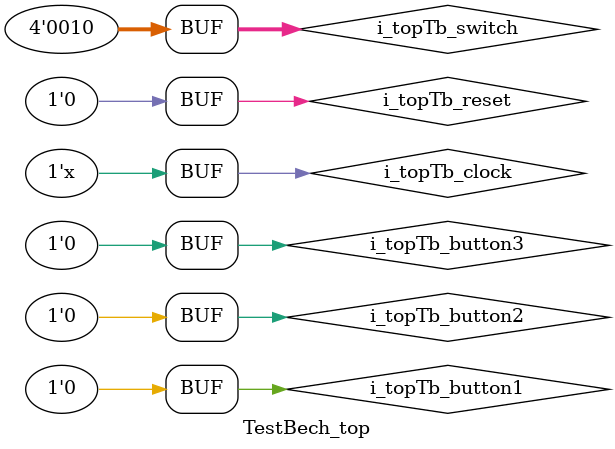
<source format=v>
`timescale 1ns / 1ps


`define dataLength 4
`define opLength 4

module TestBech_top;
  parameter dataLength=`dataLength;
  parameter opLength=`opLength;
//todos los input wire pasan a reg
  reg [dataLength-1:0] i_topTb_switch=0;
  reg i_topTb_button1=0;
  reg i_topTb_button2=0;
  reg i_topTb_button3=0;
  reg i_topTb_clock=0;
  reg i_topTb_reset=0;
  
  wire [dataLength-1:0] o_topTb_LED;


//instancio el módulo de la ALU
//uut= unit under test 
topLevelAlu #(
  ) 
  u_topLevelAlu (
    .switch(i_topTb_switch),
    .button1(i_topTb_button1),
    .button2(i_topTb_button2),
    .button3(i_topTb_button3),
    .clockCustom(i_topTb_clock),
    .resetGral(i_topTb_reset),
    .LED(o_topTb_LED)
  );

localparam ADD = 4'b0001;
localparam SUB = 4'b0010;
localparam AND = 4'b0011;
localparam OR  = 4'b0101;
localparam XOR = 4'b0111;
localparam SRA = 4'b1000;
localparam SRL = 4'b1100;
localparam NOR = 4'b1110;

initial
begin
#2500
//suma 1+1
    //i_topTb_switch = dataLength'd1;
    i_topTb_switch = 4'd1;
    i_topTb_button1= 1'b1;
    #60
    i_topTb_button1= 1'b0;
    #60
    //------------
    i_topTb_switch = 4'd1;
    i_topTb_button2= 1'b1;
    #60
    i_topTb_button2= 1'b0;
    #60
    //------------
    i_topTb_switch = ADD;
    i_topTb_button3= 1'b1;
    #60
    i_topTb_button3= 1'b0;

#300
//resta 1-1
    //------------
    i_topTb_switch = SUB;
    i_topTb_button3= 1'b1;
    #60
    i_topTb_button3= 1'b0;

/*
#500
    i_topTb_reset=1;
#500
    i_topTb_reset=0;
*/

end
    always 
	#5 i_topTb_clock = ~i_topTb_clock;

endmodule

</source>
